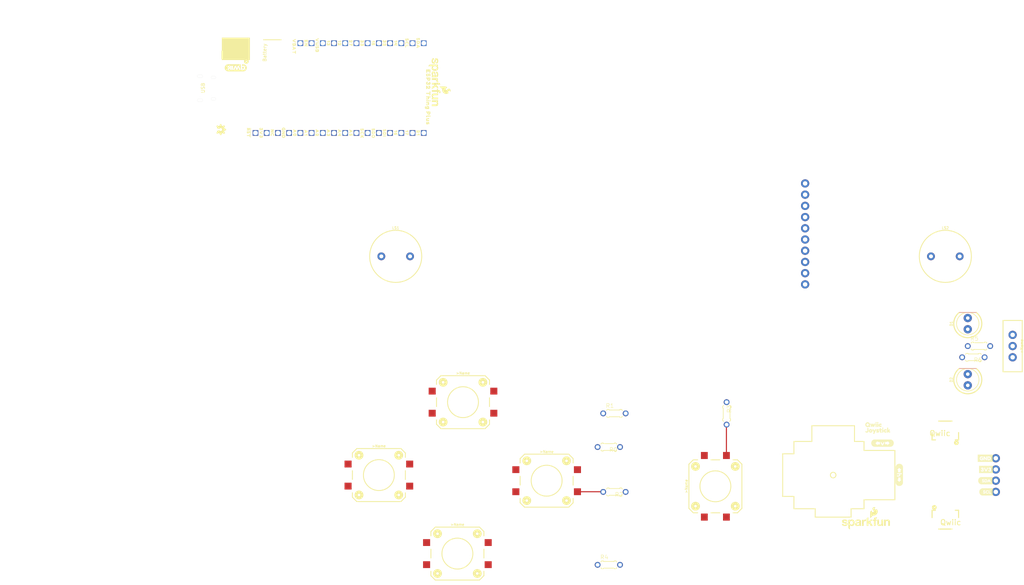
<source format=kicad_pcb>
(kicad_pcb (version 20171130) (host pcbnew 5.1.5+dfsg1-2build2)
  (layers (0 Top signal) (31 Bottom signal) (34 B.Paste user) (35 F.Paste user) (36 B.SilkS user) (37 F.SilkS user) (38 B.Mask user) (39 F.Mask user) (44 Edge.Cuts user))
  (net 0 "")
  (net 1 GND)
  (net 2 3.3V)
  (net 3 /PWM)
  (net 4 /TE)
  (net 5 /AWAKE)
  (net 6 /COPI)
  (net 7 /CIPO)
  (net 8 /SCLK)
  (net 9 "Net-(A1-Pad10@J4)")
  (net 10 "Net-(A1-Pad9@J4)")
  (net 11 "Net-(A1-Pad8@J4)")
  (net 12 "Net-(A1-Pad7@J4)")
  (net 13 /LSPK)
  (net 14 /RSPK)
  (net 15 "Net-(A1-Pad3@J4)")
  (net 16 "Net-(A1-Pad1@J4)")
  (net 17 "Net-(A1-Pad12@J2)")
  (net 18 "Net-(A1-Pad11@J2)")
  (net 19 /LCDCS)
  (net 20 /BUTTON0)
  (net 21 /DC)
  (net 22 /BUTTON1)
  (net 23 /SDCS)
  (net 24 /BUTTON2)
  (net 25 /BUTTON3)
  (net 26 "Net-(A1-Pad3@J2)")
  (net 27 "Net-(A1-Pad2@J2)")
  (net 28 "Net-(A1-Pad1@J2)")
  (net 29 /BUTTON4)
  (net 30 "Net-(D1-PadA)")
  (net 31 "Net-(D2-PadA)")
  (net 32 "Net-(A3-Pad4@J2)")
  (net 33 "Net-(A3-Pad3@J2)")
  (net 34 "Net-(A3-Pad2@J2)")
  (net 35 "Net-(A3-Pad1@J2)")
  (module CompleteBoard:WRL-17381 (layer Top) (at 92.71 36.83 270)
    (fp_text reference A1 hide)
    (fp_text value ESP32_MICROCONTROLLER hide)
    (fp_text user USB (at 10.16 -2.54 90) (layer F.SilkS) (effects (font (size 0.77216 0.77216) (thickness 0.12192)) (justify right bottom)))
    (fp_text user Battery (at 1.27 -16.51 90) (layer F.SilkS) (effects (font (size 0.77216 0.77216) (thickness 0.12192)) (justify right bottom)))
    (fp_line (start 8.371 -1.1168) (end 8.371 -1.7168) (layer Edge.Cuts) (width 0.02))
    (fp_arc (start 8.709696 -1.157778) (end 8.721 -0.8168) (angle 85) (layer Edge.Cuts) (width 0.02))
    (fp_arc (start 8.732303 -1.157778) (end 9.071 -1.1168) (angle 85) (layer Edge.Cuts) (width 0.02))
    (fp_line (start 9.071 -1.7168) (end 9.071 -1.1168) (layer Edge.Cuts) (width 0.02))
    (fp_arc (start 8.732303 -1.675821) (end 8.721 -2.0168) (angle 85) (layer Edge.Cuts) (width 0.02))
    (fp_arc (start 8.709696 -1.675821) (end 8.371 -1.7168) (angle 85) (layer Edge.Cuts) (width 0.02))
    (fp_line (start 8.696 -4.2468) (end 8.696 -4.6468) (layer Edge.Cuts) (width 0.02))
    (fp_arc (start 9.035422 -4.261512) (end 9.031 -3.9218) (angle 86.772089) (layer Edge.Cuts) (width 0.02))
    (fp_arc (start 9.047337 -4.221119) (end 9.346 -4.2468) (angle 98.038753) (layer Edge.Cuts) (width 0.02))
    (fp_line (start 9.346 -4.6468) (end 9.346 -4.2468) (layer Edge.Cuts) (width 0.02))
    (fp_arc (start 9.021 -4.6468) (end 9.021 -4.9718) (angle 90) (layer Edge.Cuts) (width 0.02))
    (fp_arc (start 9.015921 -4.651878) (end 8.696 -4.6468) (angle 91.818761) (layer Edge.Cuts) (width 0.02))
    (fp_line (start 13.556 -4.2468) (end 13.556 -4.6468) (layer Edge.Cuts) (width 0.02))
    (fp_arc (start 13.895422 -4.261512) (end 13.891 -3.9218) (angle 86.772089) (layer Edge.Cuts) (width 0.02))
    (fp_arc (start 13.907337 -4.221119) (end 14.206 -4.2468) (angle 98.038753) (layer Edge.Cuts) (width 0.02))
    (fp_line (start 14.206 -4.6468) (end 14.206 -4.2468) (layer Edge.Cuts) (width 0.02))
    (fp_arc (start 13.881 -4.6468) (end 13.881 -4.9718) (angle 90) (layer Edge.Cuts) (width 0.02))
    (fp_arc (start 13.875921 -4.651878) (end 13.556 -4.6468) (angle 91.818761) (layer Edge.Cuts) (width 0.02))
    (fp_line (start 13.831 -1.1168) (end 13.831 -1.7168) (layer Edge.Cuts) (width 0.02))
    (fp_arc (start 14.169696 -1.157778) (end 14.181 -0.8168) (angle 85) (layer Edge.Cuts) (width 0.02))
    (fp_arc (start 14.192303 -1.157778) (end 14.531 -1.1168) (angle 85) (layer Edge.Cuts) (width 0.02))
    (fp_line (start 14.531 -1.7168) (end 14.531 -1.1168) (layer Edge.Cuts) (width 0.02))
    (fp_arc (start 14.192303 -1.675821) (end 14.181 -2.0168) (angle 85) (layer Edge.Cuts) (width 0.02))
    (fp_arc (start 14.169696 -1.675821) (end 13.831 -1.7168) (angle 85) (layer Edge.Cuts) (width 0.02))
    (pad 16@J4 thru_hole rect (at 21.59 -52.07) (size 1.27 1.27) (drill 1.016) (layers *.Cu *.Mask) (net 3 /PWM))
    (pad 15@J4 thru_hole rect (at 21.59 -49.53) (size 1.27 1.27) (drill 1.016) (layers *.Cu *.Mask) (net 4 /TE))
    (pad 14@J4 thru_hole rect (at 21.59 -46.99) (size 1.27 1.27) (drill 1.016) (layers *.Cu *.Mask) (net 5 /AWAKE))
    (pad 13@J4 thru_hole rect (at 21.59 -44.45) (size 1.27 1.27) (drill 1.016) (layers *.Cu *.Mask) (net 6 /COPI))
    (pad 12@J4 thru_hole rect (at 21.59 -41.91) (size 1.27 1.27) (drill 1.016) (layers *.Cu *.Mask) (net 7 /CIPO))
    (pad 11@J4 thru_hole rect (at 21.59 -39.37) (size 1.27 1.27) (drill 1.016) (layers *.Cu *.Mask) (net 8 /SCLK))
    (pad 10@J4 thru_hole rect (at 21.59 -36.83) (size 1.27 1.27) (drill 1.016) (layers *.Cu *.Mask) (net 9 "Net-(A1-Pad10@J4)"))
    (pad 9@J4 thru_hole rect (at 21.59 -34.29) (size 1.27 1.27) (drill 1.016) (layers *.Cu *.Mask) (net 10 "Net-(A1-Pad9@J4)"))
    (pad 8@J4 thru_hole rect (at 21.59 -31.75) (size 1.27 1.27) (drill 1.016) (layers *.Cu *.Mask) (net 11 "Net-(A1-Pad8@J4)"))
    (pad 7@J4 thru_hole rect (at 21.59 -29.21) (size 1.27 1.27) (drill 1.016) (layers *.Cu *.Mask) (net 12 "Net-(A1-Pad7@J4)"))
    (pad 6@J4 thru_hole rect (at 21.59 -26.67) (size 1.27 1.27) (drill 1.016) (layers *.Cu *.Mask) (net 13 /LSPK))
    (pad 5@J4 thru_hole rect (at 21.59 -24.13) (size 1.27 1.27) (drill 1.016) (layers *.Cu *.Mask) (net 14 /RSPK))
    (pad 4@J4 thru_hole rect (at 21.59 -21.59) (size 1.27 1.27) (drill 1.016) (layers *.Cu *.Mask) (net 1 GND))
    (pad 3@J4 thru_hole rect (at 21.59 -19.05) (size 1.27 1.27) (drill 1.016) (layers *.Cu *.Mask) (net 15 "Net-(A1-Pad3@J4)"))
    (pad 2@J4 thru_hole rect (at 21.59 -16.51) (size 1.27 1.27) (drill 1.016) (layers *.Cu *.Mask) (net 2 3.3V))
    (pad 1@J4 thru_hole rect (at 21.59 -13.97) (size 1.27 1.27) (drill 1.016) (layers *.Cu *.Mask) (net 16 "Net-(A1-Pad1@J4)"))
    (pad 12@J2 thru_hole rect (at 1.27 -52.07) (size 1.27 1.27) (drill 1.016) (layers *.Cu *.Mask) (net 17 "Net-(A1-Pad12@J2)"))
    (pad 11@J2 thru_hole rect (at 1.27 -49.53) (size 1.27 1.27) (drill 1.016) (layers *.Cu *.Mask) (net 18 "Net-(A1-Pad11@J2)"))
    (pad 10@J2 thru_hole rect (at 1.27 -46.99) (size 1.27 1.27) (drill 1.016) (layers *.Cu *.Mask) (net 19 /LCDCS))
    (pad 9@J2 thru_hole rect (at 1.27 -44.45) (size 1.27 1.27) (drill 1.016) (layers *.Cu *.Mask) (net 20 /BUTTON0))
    (pad 8@J2 thru_hole rect (at 1.27 -41.91) (size 1.27 1.27) (drill 1.016) (layers *.Cu *.Mask) (net 21 /DC))
    (pad 7@J2 thru_hole rect (at 1.27 -39.37) (size 1.27 1.27) (drill 1.016) (layers *.Cu *.Mask) (net 22 /BUTTON1))
    (pad 6@J2 thru_hole rect (at 1.27 -36.83) (size 1.27 1.27) (drill 1.016) (layers *.Cu *.Mask) (net 23 /SDCS))
    (pad 5@J2 thru_hole rect (at 1.27 -34.29) (size 1.27 1.27) (drill 1.016) (layers *.Cu *.Mask) (net 24 /BUTTON2))
    (pad 4@J2 thru_hole rect (at 1.27 -31.75) (size 1.27 1.27) (drill 1.016) (layers *.Cu *.Mask) (net 25 /BUTTON3))
    (pad 3@J2 thru_hole rect (at 1.27 -29.21) (size 1.27 1.27) (drill 1.016) (layers *.Cu *.Mask) (net 26 "Net-(A1-Pad3@J2)"))
    (pad 2@J2 thru_hole rect (at 1.27 -26.67) (size 1.27 1.27) (drill 1.016) (layers *.Cu *.Mask) (net 27 "Net-(A1-Pad2@J2)"))
    (pad 1@J2 thru_hole rect (at 1.27 -24.13) (size 1.27 1.27) (drill 1.016) (layers *.Cu *.Mask) (net 28 "Net-(A1-Pad1@J2)"))
    (pad "" np_thru_hole circle (at 20.32 -55.88 270) (size 3.048 3.048) (drill 3.048) (layers *.Cu *.Mask))
    (pad "" np_thru_hole circle (at 2.54 -55.88 270) (size 3.048 3.048) (drill 3.048) (layers *.Cu *.Mask))
    (pad "" np_thru_hole circle (at 20.32 -2.54 270) (size 3.048 3.048) (drill 3.048) (layers *.Cu *.Mask))
    (pad "" np_thru_hole circle (at 2.54 -2.54 270) (size 3.048 3.048) (drill 3.048) (layers *.Cu *.Mask))
  )
  (module CompleteBoard:0204_5 (layer Top) (at 187.96 139.7 180)
    (fp_text reference R2 (at -2.0066 -1.1684) (layer F.SilkS) (effects (font (size 0.94107 0.94107) (thickness 0.094107)) (justify right bottom)))
    (fp_text value 10k)
    (pad 2 thru_hole circle (at 2.54 0 180) (size 1.3208 1.3208) (drill 0.8128) (layers *.Cu *.Mask) (net 24 /BUTTON2))
    (pad 1 thru_hole circle (at -2.54 0 180) (size 1.3208 1.3208) (drill 0.8128) (layers *.Cu *.Mask) (net 1 GND))
  )
  (module CompleteBoard:0204_5 (layer Top) (at 186.69 129.54 180)
    (fp_text reference R0 (at -2.0066 -1.1684) (layer F.SilkS) (effects (font (size 0.94107 0.94107) (thickness 0.094107)) (justify right bottom)))
    (fp_text value 10k)
    (pad 2 thru_hole circle (at 2.54 0 180) (size 1.3208 1.3208) (drill 0.8128) (layers *.Cu *.Mask) (net 20 /BUTTON0))
    (pad 1 thru_hole circle (at -2.54 0 180) (size 1.3208 1.3208) (drill 0.8128) (layers *.Cu *.Mask) (net 1 GND))
  )
  (module CompleteBoard:0204_5 (layer Top) (at 187.96 121.92)
    (fp_text reference R1 (at -2.0066 -1.1684) (layer F.SilkS) (effects (font (size 0.94107 0.94107) (thickness 0.094107)) (justify left bottom)))
    (fp_text value 10k)
    (pad 2 thru_hole circle (at 2.54 0) (size 1.3208 1.3208) (drill 0.8128) (layers *.Cu *.Mask) (net 22 /BUTTON1))
    (pad 1 thru_hole circle (at -2.54 0) (size 1.3208 1.3208) (drill 0.8128) (layers *.Cu *.Mask) (net 1 GND))
  )
  (module CompleteBoard:0204_5 (layer Top) (at 213.36 121.92 270)
    (fp_text reference R3 (at -2.0066 -1.1684 90) (layer F.SilkS) (effects (font (size 0.94107 0.94107) (thickness 0.094107)) (justify right bottom)))
    (fp_text value 10k)
    (pad 2 thru_hole circle (at 2.54 0 270) (size 1.3208 1.3208) (drill 0.8128) (layers *.Cu *.Mask) (net 25 /BUTTON3))
    (pad 1 thru_hole circle (at -2.54 0 270) (size 1.3208 1.3208) (drill 0.8128) (layers *.Cu *.Mask) (net 1 GND))
  )
  (module CompleteBoard:0204_5 (layer Top) (at 186.69 156.21)
    (fp_text reference R4 (at -2.0066 -1.1684) (layer F.SilkS) (effects (font (size 0.94107 0.94107) (thickness 0.094107)) (justify left bottom)))
    (fp_text value 10k)
    (pad 2 thru_hole circle (at 2.54 0) (size 1.3208 1.3208) (drill 0.8128) (layers *.Cu *.Mask) (net 29 /BUTTON4))
    (pad 1 thru_hole circle (at -2.54 0) (size 1.3208 1.3208) (drill 0.8128) (layers *.Cu *.Mask) (net 1 GND))
  )
  (module CompleteBoard:SWITCH_SPDT_PTH_11.6X4.0MM (layer Top) (at 278.13 106.68 180)
    (fp_text reference S5 hide)
    (fp_text value STANDBY hide)
    (fp_text user >Name (at -2.413 0 90) (layer F.SilkS) (effects (font (size 0.57912 0.57912) (thickness 0.12192)) (justify bottom)))
    (pad 3 thru_hole circle (at 0 2.54 180) (size 1.8796 1.8796) (drill 1.016) (layers *.Cu *.Mask) (net 1 GND))
    (pad 2 thru_hole circle (at 0 0 180) (size 1.8796 1.8796) (drill 1.016) (layers *.Cu *.Mask) (net 5 /AWAKE))
    (pad 1 thru_hole circle (at 0 -2.54 180) (size 1.8796 1.8796) (drill 1.016) (layers *.Cu *.Mask) (net 2 3.3V))
  )
  (module CompleteBoard:TACTILE_SWITCH_SMD_12MM (layer Top) (at 152.4 153.67)
    (fp_text reference S4 hide)
    (fp_text value MOMENTARY-SWITCH-SPST-SMD-12MM hide)
    (fp_text user >Name (at 0 -6.223) (layer F.SilkS) (effects (font (size 0.57912 0.57912) (thickness 0.12192)) (justify bottom)))
    (pad 3 smd rect (at 6.975 -2.5) (size 1.6 1.55) (layers Top F.Paste F.Mask) (net 2 3.3V))
    (pad 1 smd rect (at 6.975 2.5) (size 1.6 1.55) (layers Top F.Paste F.Mask) (net 29 /BUTTON4))
    (pad 2 smd rect (at -6.975 2.5) (size 1.6 1.55) (layers Top F.Paste F.Mask))
    (pad 4 smd rect (at -6.975 -2.5) (size 1.6 1.55) (layers Top F.Paste F.Mask))
  )
  (module CompleteBoard:BUZZER-12MM (layer Top) (at 138.43 86.36)
    (fp_text reference LS1 (at 0 -6.096) (layer F.SilkS) (effects (font (size 0.57912 0.57912) (thickness 0.115824)) (justify bottom)))
    (fp_text value BUZZER-PTH)
    (pad + thru_hole circle (at 3.25 0) (size 1.778 1.778) (drill 0.9) (layers *.Cu *.Mask) (net 13 /LSPK))
    (pad - thru_hole circle (at -3.25 0) (size 1.778 1.778) (drill 0.9) (layers *.Cu *.Mask) (net 1 GND))
  )
  (module CompleteBoard:BUZZER-12MM (layer Top) (at 262.89 86.36)
    (fp_text reference LS2 (at 0 -6.096) (layer F.SilkS) (effects (font (size 0.57912 0.57912) (thickness 0.115824)) (justify bottom)))
    (fp_text value BUZZER-PTH)
    (pad + thru_hole circle (at 3.25 0) (size 1.778 1.778) (drill 0.9) (layers *.Cu *.Mask) (net 14 /RSPK))
    (pad - thru_hole circle (at -3.25 0) (size 1.778 1.778) (drill 0.9) (layers *.Cu *.Mask) (net 1 GND))
  )
  (module CompleteBoard:LED_5MM-KIT (layer Top) (at 267.97 101.6 90)
    (fp_text reference D1 (at 0 -3.3909 90) (layer F.SilkS) (effects (font (size 0.57912 0.57912) (thickness 0.115824)) (justify bottom)))
    (fp_text value Green)
    (pad K thru_hole circle (at 1.27 0 90) (size 1.8796 1.8796) (drill 0.8128) (layers *.Cu *.Mask) (net 1 GND))
    (pad A thru_hole circle (at -1.27 0 90) (size 1.8796 1.8796) (drill 0.8128) (layers *.Cu *.Mask) (net 30 "Net-(D1-PadA)"))
  )
  (module CompleteBoard:LED_5MM-KIT (layer Top) (at 267.97 114.3 90)
    (fp_text reference D2 (at 0 -3.3909 90) (layer F.SilkS) (effects (font (size 0.57912 0.57912) (thickness 0.115824)) (justify bottom)))
    (fp_text value Red)
    (pad K thru_hole circle (at 1.27 0 90) (size 1.8796 1.8796) (drill 0.8128) (layers *.Cu *.Mask) (net 5 /AWAKE))
    (pad A thru_hole circle (at -1.27 0 90) (size 1.8796 1.8796) (drill 0.8128) (layers *.Cu *.Mask) (net 31 "Net-(D2-PadA)"))
  )
  (module CompleteBoard:0204_5 (layer Top) (at 270.51 106.68)
    (fp_text reference R5 (at -2.0066 -1.1684) (layer F.SilkS) (effects (font (size 0.94107 0.94107) (thickness 0.094107)) (justify left bottom)))
    (fp_text value 470)
    (pad 2 thru_hole circle (at 2.54 0) (size 1.3208 1.3208) (drill 0.8128) (layers *.Cu *.Mask) (net 5 /AWAKE))
    (pad 1 thru_hole circle (at -2.54 0) (size 1.3208 1.3208) (drill 0.8128) (layers *.Cu *.Mask) (net 30 "Net-(D1-PadA)"))
  )
  (module CompleteBoard:0204_5 (layer Top) (at 269.24 109.22 180)
    (fp_text reference R6 (at -2.0066 -1.1684) (layer F.SilkS) (effects (font (size 0.94107 0.94107) (thickness 0.094107)) (justify right bottom)))
    (fp_text value 470)
    (pad 2 thru_hole circle (at 2.54 0 180) (size 1.3208 1.3208) (drill 0.8128) (layers *.Cu *.Mask) (net 2 3.3V))
    (pad 1 thru_hole circle (at -2.54 0 180) (size 1.3208 1.3208) (drill 0.8128) (layers *.Cu *.Mask) (net 31 "Net-(D2-PadA)"))
  )
  (module CompleteBoard:TACTILE_SWITCH_SMD_12MM (layer Top) (at 134.62 135.89)
    (fp_text reference S0 hide)
    (fp_text value MOMENTARY-SWITCH-SPST-SMD-12MM hide)
    (fp_text user >Name (at 0 -6.223) (layer F.SilkS) (effects (font (size 0.57912 0.57912) (thickness 0.12192)) (justify bottom)))
    (pad 3 smd rect (at 6.975 -2.5) (size 1.6 1.55) (layers Top F.Paste F.Mask) (net 2 3.3V))
    (pad 1 smd rect (at 6.975 2.5) (size 1.6 1.55) (layers Top F.Paste F.Mask) (net 20 /BUTTON0))
    (pad 2 smd rect (at -6.975 2.5) (size 1.6 1.55) (layers Top F.Paste F.Mask))
    (pad 4 smd rect (at -6.975 -2.5) (size 1.6 1.55) (layers Top F.Paste F.Mask))
  )
  (module CompleteBoard:TACTILE_SWITCH_SMD_12MM (layer Top) (at 153.67 119.38)
    (fp_text reference S1 hide)
    (fp_text value MOMENTARY-SWITCH-SPST-SMD-12MM hide)
    (fp_text user >Name (at 0 -6.223) (layer F.SilkS) (effects (font (size 0.57912 0.57912) (thickness 0.12192)) (justify bottom)))
    (pad 3 smd rect (at 6.975 -2.5) (size 1.6 1.55) (layers Top F.Paste F.Mask) (net 2 3.3V))
    (pad 1 smd rect (at 6.975 2.5) (size 1.6 1.55) (layers Top F.Paste F.Mask) (net 22 /BUTTON1))
    (pad 2 smd rect (at -6.975 2.5) (size 1.6 1.55) (layers Top F.Paste F.Mask))
    (pad 4 smd rect (at -6.975 -2.5) (size 1.6 1.55) (layers Top F.Paste F.Mask))
  )
  (module CompleteBoard:TACTILE_SWITCH_SMD_12MM (layer Top) (at 172.6101 137.16)
    (fp_text reference S2 hide)
    (fp_text value MOMENTARY-SWITCH-SPST-SMD-12MM hide)
    (fp_text user >Name (at 0 -6.223) (layer F.SilkS) (effects (font (size 0.57912 0.57912) (thickness 0.12192)) (justify bottom)))
    (pad 3 smd rect (at 6.975 -2.5) (size 1.6 1.55) (layers Top F.Paste F.Mask) (net 2 3.3V))
    (pad 1 smd rect (at 6.975 2.5) (size 1.6 1.55) (layers Top F.Paste F.Mask) (net 24 /BUTTON2))
    (pad 2 smd rect (at -6.975 2.5) (size 1.6 1.55) (layers Top F.Paste F.Mask))
    (pad 4 smd rect (at -6.975 -2.5) (size 1.6 1.55) (layers Top F.Paste F.Mask))
  )
  (module CompleteBoard:TACTILE_SWITCH_SMD_12MM (layer Top) (at 210.82 138.43 90)
    (fp_text reference S3 hide)
    (fp_text value MOMENTARY-SWITCH-SPST-SMD-12MM hide)
    (fp_text user >Name (at 0 -6.223 90) (layer F.SilkS) (effects (font (size 0.57912 0.57912) (thickness 0.12192)) (justify bottom)))
    (pad 3 smd rect (at 6.975 -2.5 90) (size 1.6 1.55) (layers Top F.Paste F.Mask) (net 2 3.3V))
    (pad 1 smd rect (at 6.975 2.5 90) (size 1.6 1.55) (layers Top F.Paste F.Mask) (net 25 /BUTTON3))
    (pad 2 smd rect (at -6.975 2.5 90) (size 1.6 1.55) (layers Top F.Paste F.Mask))
    (pad 4 smd rect (at -6.975 -2.5 90) (size 1.6 1.55) (layers Top F.Paste F.Mask))
  )
  (module CompleteBoard:LCD-15143 (layer Top) (at 232.41 100.33 90)
    (fp_text reference A2 hide)
    (fp_text value TFT hide)
    (pad "" np_thru_hole circle (at 35.345 -7.19 90) (size 1.27 1.27) (drill 1.27) (layers *.Cu *.Mask))
    (pad "" np_thru_hole circle (at 2.945 -7.19 90) (size 1.27 1.27) (drill 1.27) (layers *.Cu *.Mask))
    (pad "" np_thru_hole circle (at 2.945 -52.49 90) (size 1.27 1.27) (drill 1.27) (layers *.Cu *.Mask))
    (pad 10@J2 thru_hole circle (at 30.48 -1.27 180) (size 1.8796 1.8796) (drill 1.016) (layers *.Cu *.Mask) (net 23 /SDCS))
    (pad 9@J2 thru_hole circle (at 27.94 -1.27 180) (size 1.8796 1.8796) (drill 1.016) (layers *.Cu *.Mask) (net 19 /LCDCS))
    (pad 8@J2 thru_hole circle (at 25.4 -1.27 180) (size 1.8796 1.8796) (drill 1.016) (layers *.Cu *.Mask) (net 21 /DC))
    (pad 7@J2 thru_hole circle (at 22.86 -1.27 180) (size 1.8796 1.8796) (drill 1.016) (layers *.Cu *.Mask) (net 4 /TE))
    (pad 6@J2 thru_hole circle (at 20.32 -1.27 180) (size 1.8796 1.8796) (drill 1.016) (layers *.Cu *.Mask) (net 7 /CIPO))
    (pad 5@J2 thru_hole circle (at 17.78 -1.27 180) (size 1.8796 1.8796) (drill 1.016) (layers *.Cu *.Mask) (net 6 /COPI))
    (pad 4@J2 thru_hole circle (at 15.24 -1.27 180) (size 1.8796 1.8796) (drill 1.016) (layers *.Cu *.Mask) (net 8 /SCLK))
    (pad 3@J2 thru_hole circle (at 12.7 -1.27 180) (size 1.8796 1.8796) (drill 1.016) (layers *.Cu *.Mask) (net 3 /PWM))
    (pad 2@J2 thru_hole circle (at 10.16 -1.27 180) (size 1.8796 1.8796) (drill 1.016) (layers *.Cu *.Mask) (net 2 3.3V))
    (pad 1@J2 thru_hole circle (at 7.62 -1.27 180) (size 1.8796 1.8796) (drill 1.016) (layers *.Cu *.Mask) (net 1 GND))
    (pad "" np_thru_hole circle (at 34.925 -56.515 90) (size 3.302 3.302) (drill 3.302) (layers *.Cu *.Mask))
    (pad "" np_thru_hole circle (at 34.925 -3.175 90) (size 3.302 3.302) (drill 3.302) (layers *.Cu *.Mask))
    (pad "" np_thru_hole circle (at 3.175 -56.515 90) (size 3.302 3.302) (drill 3.302) (layers *.Cu *.Mask))
    (pad "" np_thru_hole circle (at 3.175 -3.175 90) (size 3.302 3.302) (drill 3.302) (layers *.Cu *.Mask))
  )
  (module CompleteBoard:COM-15168 (layer Top) (at 224.79 123.19 270)
    (fp_text reference A3 hide)
    (fp_text value COM-15168 hide)
    (fp_text user Qwiic (at 2.54 -39.37) (layer F.SilkS) (effects (font (size 1.2065 1.2065) (thickness 0.1905)) (justify right top)))
    (fp_text user Qwiic (at 24.13 -36.83) (layer F.SilkS) (effects (font (size 1.2065 1.2065) (thickness 0.1905)) (justify left bottom)))
    (pad 4@J2 thru_hole circle (at 8.89 -49.53 180) (size 1.8796 1.8796) (drill 1.016) (layers *.Cu *.Mask) (net 32 "Net-(A3-Pad4@J2)"))
    (pad 3@J2 thru_hole circle (at 11.43 -49.53 180) (size 1.8796 1.8796) (drill 1.016) (layers *.Cu *.Mask) (net 33 "Net-(A3-Pad3@J2)"))
    (pad 2@J2 thru_hole circle (at 13.97 -49.53 180) (size 1.8796 1.8796) (drill 1.016) (layers *.Cu *.Mask) (net 34 "Net-(A3-Pad2@J2)"))
    (pad 1@J2 thru_hole circle (at 16.51 -49.53 180) (size 1.8796 1.8796) (drill 1.016) (layers *.Cu *.Mask) (net 35 "Net-(A3-Pad1@J2)"))
    (pad "" np_thru_hole circle (at 22.86 -2.54 270) (size 3.302 3.302) (drill 3.302) (layers *.Cu *.Mask))
    (pad "" np_thru_hole circle (at 2.54 -2.54 270) (size 3.302 3.302) (drill 3.302) (layers *.Cu *.Mask))
    (pad "" np_thru_hole circle (at 2.54 -48.26 270) (size 3.302 3.302) (drill 3.302) (layers *.Cu *.Mask))
    (pad "" np_thru_hole circle (at 22.86 -48.26 270) (size 3.302 3.302) (drill 3.302) (layers *.Cu *.Mask))
  )
  (module CompleteBoard:CREATIVE_COMMONS (layer Top) (at 69.146347 35.507825)
    (fp_text reference FRAME1 hide)
    (fp_text value 001 hide)
  )
  (segment (start 185.38 139.66) (end 185.42 139.7) (width 0.25) (layer Top) (net 24))
  (segment (start 179.5851 139.66) (end 185.38 139.66) (width 0.25) (layer Top) (net 24))
  (segment (start 213.32 124.5) (end 213.36 124.46) (width 0.25) (layer Top) (net 25))
  (segment (start 213.32 131.455) (end 213.32 124.5) (width 0.25) (layer Top) (net 25))
)
</source>
